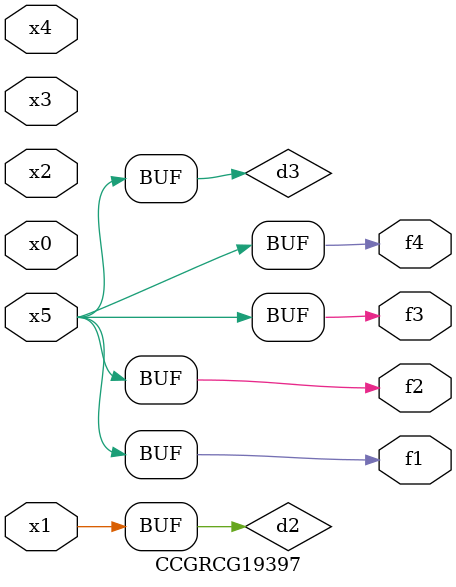
<source format=v>
module CCGRCG19397(
	input x0, x1, x2, x3, x4, x5,
	output f1, f2, f3, f4
);

	wire d1, d2, d3;

	not (d1, x5);
	or (d2, x1);
	xnor (d3, d1);
	assign f1 = d3;
	assign f2 = d3;
	assign f3 = d3;
	assign f4 = d3;
endmodule

</source>
